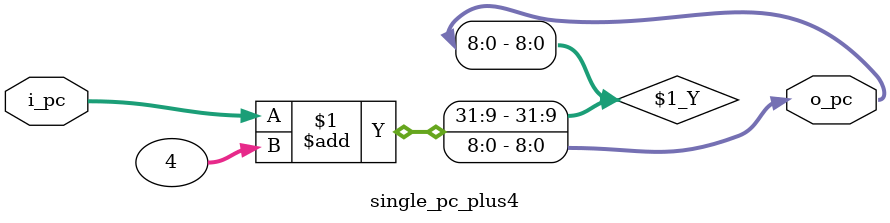
<source format=v>
`timescale 1ns / 1ps

module single_pc(
	input  clock,
	input  reset,
	input  [8:0] i_pc,
	output reg [8:0] o_pc
);

	always @(posedge clock) begin
		if (reset)
			o_pc = 0;
		else
			o_pc = i_pc;
	end

endmodule


module single_pc_plus4(
	input  [8:0] i_pc,
	output [8:0] o_pc
);

	assign o_pc = i_pc + 4;

endmodule
</source>
